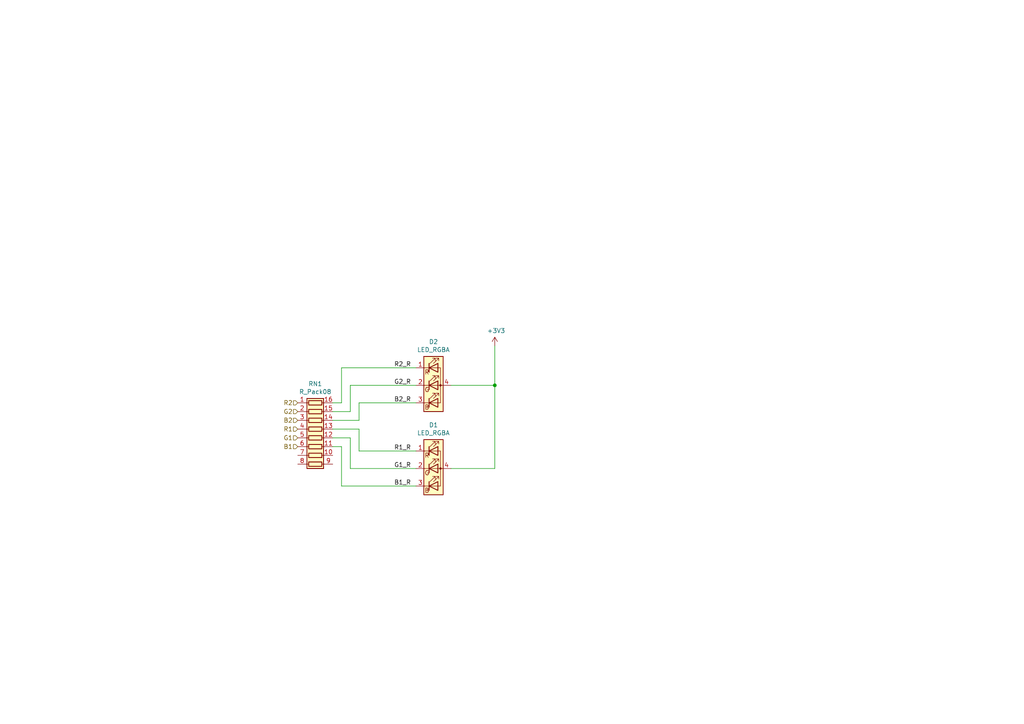
<source format=kicad_sch>
(kicad_sch (version 20250114) (generator "eeschema") (generator_version "9.0")
  (paper "A4")
  (lib_symbols
    (symbol "Device:LED_RGBA" (pin_names (offset 0) (hide yes))
      (property "Reference" "D" (at 0 9.398 0))
      (property "Value" "LED_RGBA" (at 0 -8.89 0))
      (symbol "LED_RGBA_0_0"
        (text "R" (at -1.905 3.81 0) (effects (font (size 1.27 1.27))))
        (text "G" (at -1.905 -1.27 0) (effects (font (size 1.27 1.27))))
        (text "B" (at -1.905 -6.35 0) (effects (font (size 1.27 1.27))))
      )
      (symbol "LED_RGBA_0_1"
        (polyline (pts (xy -1.27 6.35) (xy -1.27 3.81)) (stroke (width 0.254)))
        (polyline (pts (xy -1.27 6.35) (xy -1.27 3.81) (xy -1.27 3.81)))
        (polyline (pts (xy -1.27 5.08) (xy -2.54 5.08)))
        (polyline (pts (xy -1.27 5.08) (xy 1.27 5.08)))
        (polyline (pts (xy -1.27 1.27) (xy -1.27 -1.27)) (stroke (width 0.254)))
        (polyline (pts (xy -1.27 1.27) (xy -1.27 -1.27) (xy -1.27 -1.27)))
        (polyline (pts (xy -1.27 0) (xy -2.54 0)))
        (polyline (pts (xy -1.27 -3.81) (xy -1.27 -6.35)) (stroke (width 0.254)))
        (polyline (pts (xy -1.27 -5.08) (xy -2.54 -5.08)))
        (polyline (pts (xy -1.27 -5.08) (xy 1.27 -5.08)))
        (polyline (pts (xy -1.016 6.35) (xy 0.508 7.874) (xy -0.254 7.874) (xy 0.508 7.874) (xy 0.508 7.112)))
        (polyline (pts (xy -1.016 1.27) (xy 0.508 2.794) (xy -0.254 2.794) (xy 0.508 2.794) (xy 0.508 2.032)))
        (polyline (pts (xy -1.016 -3.81) (xy 0.508 -2.286) (xy -0.254 -2.286) (xy 0.508 -2.286) (xy 0.508 -3.048)))
        (polyline (pts (xy 0 6.35) (xy 1.524 7.874) (xy 0.762 7.874) (xy 1.524 7.874) (xy 1.524 7.112)))
        (polyline (pts (xy 0 1.27) (xy 1.524 2.794) (xy 0.762 2.794) (xy 1.524 2.794) (xy 1.524 2.032)))
        (polyline (pts (xy 0 -3.81) (xy 1.524 -2.286) (xy 0.762 -2.286) (xy 1.524 -2.286) (xy 1.524 -3.048)))
        (polyline (pts (xy 1.27 6.35) (xy 1.27 3.81) (xy -1.27 5.08) (xy 1.27 6.35)) (stroke (width 0.254)))
        (rectangle (start 1.27 6.35) (end 1.27 6.35))
        (rectangle (start 1.27 3.81) (end 1.27 6.35))
        (polyline (pts (xy 1.27 1.27) (xy 1.27 -1.27) (xy -1.27 0) (xy 1.27 1.27)) (stroke (width 0.254)))
        (rectangle (start 1.27 1.27) (end 1.27 1.27))
        (polyline (pts (xy 1.27 0) (xy -1.27 0)))
        (polyline (pts (xy 1.27 0) (xy 2.54 0)))
        (rectangle (start 1.27 -1.27) (end 1.27 1.27))
        (polyline (pts (xy 1.27 -3.81) (xy 1.27 -6.35) (xy -1.27 -5.08) (xy 1.27 -3.81)) (stroke (width 0.254)))
        (polyline (pts (xy 1.27 -5.08) (xy 2.032 -5.08) (xy 2.032 5.08) (xy 1.27 5.08)))
        (circle (center 2.032 0) (radius 0.254) (fill (type outline)))
        (rectangle (start 2.794 8.382) (end -2.794 -7.62) (stroke (width 0.254)) (fill (type background)))
      )
      (symbol "LED_RGBA_1_1"
        (pin passive line (at -5.08 5.08 0) (length 2.54) (name "RK") (number "1"))
        (pin passive line (at -5.08 0 0) (length 2.54) (name "GK") (number "2"))
        (pin passive line (at -5.08 -5.08 0) (length 2.54) (name "BK") (number "3"))
        (pin passive line (at 5.08 0 180) (length 2.54) (name "A") (number "4"))
      )
    )
    (symbol "Device:R_Pack08" (pin_names (offset 0) (hide yes))
      (property "Reference" "RN" (at -12.7 0 90))
      (property "Value" "R_Pack08" (at 10.16 0 90))
      (symbol "R_Pack08_0_1"
        (rectangle (start -11.43 -2.413) (end 8.89 2.413) (stroke (width 0.254)) (fill (type background)))
        (rectangle (start -10.795 1.905) (end -9.525 -1.905) (stroke (width 0.254)))
        (polyline (pts (xy -10.16 1.905) (xy -10.16 2.54)))
        (polyline (pts (xy -10.16 -2.54) (xy -10.16 -1.905)))
        (rectangle (start -8.255 1.905) (end -6.985 -1.905) (stroke (width 0.254)))
        (polyline (pts (xy -7.62 1.905) (xy -7.62 2.54)))
        (polyline (pts (xy -7.62 -2.54) (xy -7.62 -1.905)))
        (rectangle (start -5.715 1.905) (end -4.445 -1.905) (stroke (width 0.254)))
        (polyline (pts (xy -5.08 1.905) (xy -5.08 2.54)))
        (polyline (pts (xy -5.08 -2.54) (xy -5.08 -1.905)))
        (rectangle (start -3.175 1.905) (end -1.905 -1.905) (stroke (width 0.254)))
        (polyline (pts (xy -2.54 1.905) (xy -2.54 2.54)))
        (polyline (pts (xy -2.54 -2.54) (xy -2.54 -1.905)))
        (rectangle (start -0.635 1.905) (end 0.635 -1.905) (stroke (width 0.254)))
        (polyline (pts (xy 0 1.905) (xy 0 2.54)))
        (polyline (pts (xy 0 -2.54) (xy 0 -1.905)))
        (rectangle (start 1.905 1.905) (end 3.175 -1.905) (stroke (width 0.254)))
        (polyline (pts (xy 2.54 1.905) (xy 2.54 2.54)))
        (polyline (pts (xy 2.54 -2.54) (xy 2.54 -1.905)))
        (rectangle (start 4.445 1.905) (end 5.715 -1.905) (stroke (width 0.254)))
        (polyline (pts (xy 5.08 1.905) (xy 5.08 2.54)))
        (polyline (pts (xy 5.08 -2.54) (xy 5.08 -1.905)))
        (rectangle (start 6.985 1.905) (end 8.255 -1.905) (stroke (width 0.254)))
        (polyline (pts (xy 7.62 1.905) (xy 7.62 2.54)))
        (polyline (pts (xy 7.62 -2.54) (xy 7.62 -1.905)))
      )
      (symbol "R_Pack08_1_1"
        (pin passive line (at -10.16 5.08 270) (length 2.54) (name "R1.2") (number "16"))
        (pin passive line (at -10.16 -5.08 90) (length 2.54) (name "R1.1") (number "1"))
        (pin passive line (at -7.62 5.08 270) (length 2.54) (name "R2.2") (number "15"))
        (pin passive line (at -7.62 -5.08 90) (length 2.54) (name "R2.1") (number "2"))
        (pin passive line (at -5.08 5.08 270) (length 2.54) (name "R3.2") (number "14"))
        (pin passive line (at -5.08 -5.08 90) (length 2.54) (name "R3.1") (number "3"))
        (pin passive line (at -2.54 5.08 270) (length 2.54) (name "R4.2") (number "13"))
        (pin passive line (at -2.54 -5.08 90) (length 2.54) (name "R4.1") (number "4"))
        (pin passive line (at 0 5.08 270) (length 2.54) (name "R5.2") (number "12"))
        (pin passive line (at 0 -5.08 90) (length 2.54) (name "R5.1") (number "5"))
        (pin passive line (at 2.54 5.08 270) (length 2.54) (name "R6.2") (number "11"))
        (pin passive line (at 2.54 -5.08 90) (length 2.54) (name "R6.1") (number "6"))
        (pin passive line (at 5.08 5.08 270) (length 2.54) (name "R7.2") (number "10"))
        (pin passive line (at 5.08 -5.08 90) (length 2.54) (name "R7.1") (number "7"))
        (pin passive line (at 7.62 5.08 270) (length 2.54) (name "R8.2") (number "9"))
        (pin passive line (at 7.62 -5.08 90) (length 2.54) (name "R8.1") (number "8"))
      )
    )
    (symbol "Digital Board Rev 2-rescue:+3.3V-power" (power) (pin_names (offset 0))
      (property "Value" "power_+3.3V" (at 0 3.556 0))
      (symbol "+3.3V-power_0_1"
        (polyline (pts (xy -0.762 1.27) (xy 0 2.54)))
        (polyline (pts (xy 0 2.54) (xy 0.762 1.27)))
        (polyline (pts (xy 0 0) (xy 0 2.54)))
      )
      (symbol "+3.3V-power_1_1"
        (pin power_in line (at 0 0 90) (length 0) (hide yes) (name "+3V3") (number "1"))
      )
    )
  )
  (junction (at 143.51 111.76))
  (wire (pts (xy 143.51 135.89) (xy 130.81 135.89)))
  (wire (pts (xy 143.51 111.76) (xy 143.51 135.89)))
  (wire (pts (xy 99.06 129.54) (xy 99.06 140.97)))
  (wire (pts (xy 101.6 127) (xy 96.52 127)))
  (wire (pts (xy 104.14 130.81) (xy 104.14 124.46)))
  (wire (pts (xy 104.14 116.84) (xy 104.14 121.92)))
  (wire (pts (xy 101.6 135.89) (xy 120.65 135.89)))
  (wire (pts (xy 104.14 124.46) (xy 96.52 124.46)))
  (wire (pts (xy 101.6 119.38) (xy 101.6 111.76)))
  (wire (pts (xy 99.06 106.68) (xy 99.06 116.84)))
  (wire (pts (xy 143.51 100.33) (xy 143.51 111.76)))
  (wire (pts (xy 120.65 130.81) (xy 104.14 130.81)))
  (wire (pts (xy 130.81 111.76) (xy 143.51 111.76)))
  (wire (pts (xy 101.6 135.89) (xy 101.6 127)))
  (wire (pts (xy 104.14 116.84) (xy 120.65 116.84)))
  (wire (pts (xy 96.52 119.38) (xy 101.6 119.38)))
  (wire (pts (xy 101.6 111.76) (xy 120.65 111.76)))
  (wire (pts (xy 99.06 116.84) (xy 96.52 116.84)))
  (wire (pts (xy 99.06 140.97) (xy 120.65 140.97)))
  (wire (pts (xy 99.06 106.68) (xy 120.65 106.68)))
  (wire (pts (xy 104.14 121.92) (xy 96.52 121.92)))
  (wire (pts (xy 96.52 129.54) (xy 99.06 129.54)))
  (label "B1_R" (at 114.3 140.97 0))
  (label "G2_R" (at 114.3 111.76 0))
  (label "R2_R" (at 114.3 106.68 0))
  (label "G1_R" (at 114.3 135.89 0))
  (label "R1_R" (at 114.3 130.81 0))
  (label "B2_R" (at 114.3 116.84 0))
  (hierarchical_label "B2" (shape input) (at 86.36 121.92 180))
  (hierarchical_label "R1" (shape input) (at 86.36 124.46 180))
  (hierarchical_label "R2" (shape input) (at 86.36 116.84 180))
  (hierarchical_label "G2" (shape input) (at 86.36 119.38 180))
  (hierarchical_label "G1" (shape input) (at 86.36 127 180))
  (hierarchical_label "B1" (shape input) (at 86.36 129.54 180))
  (symbol (lib_id "Device:LED_RGBA") (at 125.73 135.89 0) (unit 1)
    (property "Reference" "D1" (at 125.73 123.2662 0))
    (property "Value" "LED_RGBA" (at 125.73 125.5776 0))
    (property "Footprint" "LED_THT:LED_D5.0mm-4_RGB" (effects (hide yes)))
  )
  (symbol (lib_id "Device:LED_RGBA") (at 125.73 111.76 0) (unit 1)
    (property "Reference" "D2" (at 125.73 99.1362 0))
    (property "Value" "LED_RGBA" (at 125.73 101.4476 0))
    (property "Footprint" "LED_THT:LED_D5.0mm-4_RGB" (effects (hide yes)))
  )
  (symbol (lib_id "Device:R_Pack08") (at 91.44 127 270) (unit 1)
    (property "Reference" "RN1" (at 91.44 111.3282 90))
    (property "Value" "R_Pack08" (at 91.44 113.6396 90))
    (property "Footprint" "Resistor_SMD:R_Array_Convex_8x0602" (effects (hide yes)))
  )
  (symbol (lib_id "Digital Board Rev 2-rescue:+3.3V-power") (at 143.51 100.33 0) (unit 1)
    (property "Reference" "#PWR0125" (effects (hide yes)))
    (property "Value" "+3V3" (at 143.891 95.9358 0))
  )
)
</source>
